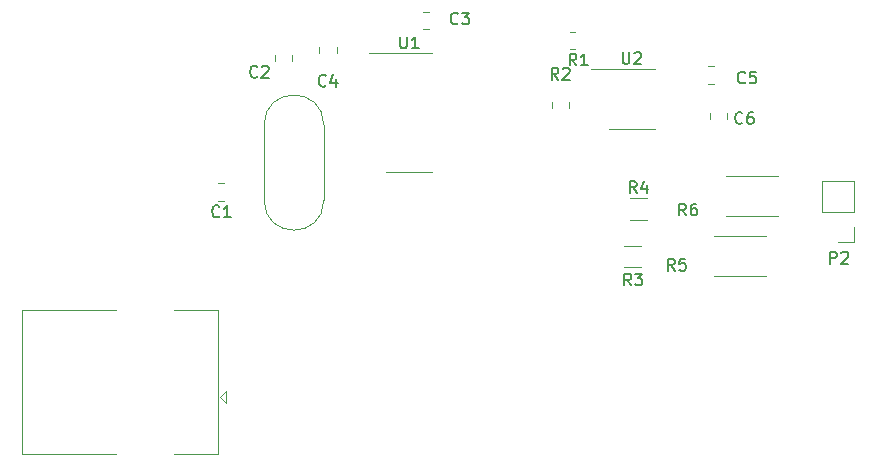
<source format=gto>
G04 #@! TF.GenerationSoftware,KiCad,Pcbnew,8.0.6*
G04 #@! TF.CreationDate,2025-01-13T18:54:34-05:00*
G04 #@! TF.ProjectId,usb2J1708_rev4,75736232-4a31-4373-9038-5f726576342e,rev?*
G04 #@! TF.SameCoordinates,Original*
G04 #@! TF.FileFunction,Legend,Top*
G04 #@! TF.FilePolarity,Positive*
%FSLAX46Y46*%
G04 Gerber Fmt 4.6, Leading zero omitted, Abs format (unit mm)*
G04 Created by KiCad (PCBNEW 8.0.6) date 2025-01-13 18:54:34*
%MOMM*%
%LPD*%
G01*
G04 APERTURE LIST*
%ADD10C,0.150000*%
%ADD11C,0.120000*%
G04 APERTURE END LIST*
D10*
X173891133Y-111049219D02*
X173557800Y-110573028D01*
X173319705Y-111049219D02*
X173319705Y-110049219D01*
X173319705Y-110049219D02*
X173700657Y-110049219D01*
X173700657Y-110049219D02*
X173795895Y-110096838D01*
X173795895Y-110096838D02*
X173843514Y-110144457D01*
X173843514Y-110144457D02*
X173891133Y-110239695D01*
X173891133Y-110239695D02*
X173891133Y-110382552D01*
X173891133Y-110382552D02*
X173843514Y-110477790D01*
X173843514Y-110477790D02*
X173795895Y-110525409D01*
X173795895Y-110525409D02*
X173700657Y-110573028D01*
X173700657Y-110573028D02*
X173319705Y-110573028D01*
X174748276Y-110049219D02*
X174557800Y-110049219D01*
X174557800Y-110049219D02*
X174462562Y-110096838D01*
X174462562Y-110096838D02*
X174414943Y-110144457D01*
X174414943Y-110144457D02*
X174319705Y-110287314D01*
X174319705Y-110287314D02*
X174272086Y-110477790D01*
X174272086Y-110477790D02*
X174272086Y-110858742D01*
X174272086Y-110858742D02*
X174319705Y-110953980D01*
X174319705Y-110953980D02*
X174367324Y-111001600D01*
X174367324Y-111001600D02*
X174462562Y-111049219D01*
X174462562Y-111049219D02*
X174653038Y-111049219D01*
X174653038Y-111049219D02*
X174748276Y-111001600D01*
X174748276Y-111001600D02*
X174795895Y-110953980D01*
X174795895Y-110953980D02*
X174843514Y-110858742D01*
X174843514Y-110858742D02*
X174843514Y-110620647D01*
X174843514Y-110620647D02*
X174795895Y-110525409D01*
X174795895Y-110525409D02*
X174748276Y-110477790D01*
X174748276Y-110477790D02*
X174653038Y-110430171D01*
X174653038Y-110430171D02*
X174462562Y-110430171D01*
X174462562Y-110430171D02*
X174367324Y-110477790D01*
X174367324Y-110477790D02*
X174319705Y-110525409D01*
X174319705Y-110525409D02*
X174272086Y-110620647D01*
X164595733Y-98349419D02*
X164262400Y-97873228D01*
X164024305Y-98349419D02*
X164024305Y-97349419D01*
X164024305Y-97349419D02*
X164405257Y-97349419D01*
X164405257Y-97349419D02*
X164500495Y-97397038D01*
X164500495Y-97397038D02*
X164548114Y-97444657D01*
X164548114Y-97444657D02*
X164595733Y-97539895D01*
X164595733Y-97539895D02*
X164595733Y-97682752D01*
X164595733Y-97682752D02*
X164548114Y-97777990D01*
X164548114Y-97777990D02*
X164500495Y-97825609D01*
X164500495Y-97825609D02*
X164405257Y-97873228D01*
X164405257Y-97873228D02*
X164024305Y-97873228D01*
X165548114Y-98349419D02*
X164976686Y-98349419D01*
X165262400Y-98349419D02*
X165262400Y-97349419D01*
X165262400Y-97349419D02*
X165167162Y-97492276D01*
X165167162Y-97492276D02*
X165071924Y-97587514D01*
X165071924Y-97587514D02*
X164976686Y-97635133D01*
X143403333Y-100039580D02*
X143355714Y-100087200D01*
X143355714Y-100087200D02*
X143212857Y-100134819D01*
X143212857Y-100134819D02*
X143117619Y-100134819D01*
X143117619Y-100134819D02*
X142974762Y-100087200D01*
X142974762Y-100087200D02*
X142879524Y-99991961D01*
X142879524Y-99991961D02*
X142831905Y-99896723D01*
X142831905Y-99896723D02*
X142784286Y-99706247D01*
X142784286Y-99706247D02*
X142784286Y-99563390D01*
X142784286Y-99563390D02*
X142831905Y-99372914D01*
X142831905Y-99372914D02*
X142879524Y-99277676D01*
X142879524Y-99277676D02*
X142974762Y-99182438D01*
X142974762Y-99182438D02*
X143117619Y-99134819D01*
X143117619Y-99134819D02*
X143212857Y-99134819D01*
X143212857Y-99134819D02*
X143355714Y-99182438D01*
X143355714Y-99182438D02*
X143403333Y-99230057D01*
X144260476Y-99468152D02*
X144260476Y-100134819D01*
X144022381Y-99087200D02*
X143784286Y-99801485D01*
X143784286Y-99801485D02*
X144403333Y-99801485D01*
X168521695Y-97226019D02*
X168521695Y-98035542D01*
X168521695Y-98035542D02*
X168569314Y-98130780D01*
X168569314Y-98130780D02*
X168616933Y-98178400D01*
X168616933Y-98178400D02*
X168712171Y-98226019D01*
X168712171Y-98226019D02*
X168902647Y-98226019D01*
X168902647Y-98226019D02*
X168997885Y-98178400D01*
X168997885Y-98178400D02*
X169045504Y-98130780D01*
X169045504Y-98130780D02*
X169093123Y-98035542D01*
X169093123Y-98035542D02*
X169093123Y-97226019D01*
X169521695Y-97321257D02*
X169569314Y-97273638D01*
X169569314Y-97273638D02*
X169664552Y-97226019D01*
X169664552Y-97226019D02*
X169902647Y-97226019D01*
X169902647Y-97226019D02*
X169997885Y-97273638D01*
X169997885Y-97273638D02*
X170045504Y-97321257D01*
X170045504Y-97321257D02*
X170093123Y-97416495D01*
X170093123Y-97416495D02*
X170093123Y-97511733D01*
X170093123Y-97511733D02*
X170045504Y-97654590D01*
X170045504Y-97654590D02*
X169474076Y-98226019D01*
X169474076Y-98226019D02*
X170093123Y-98226019D01*
X163071733Y-99543219D02*
X162738400Y-99067028D01*
X162500305Y-99543219D02*
X162500305Y-98543219D01*
X162500305Y-98543219D02*
X162881257Y-98543219D01*
X162881257Y-98543219D02*
X162976495Y-98590838D01*
X162976495Y-98590838D02*
X163024114Y-98638457D01*
X163024114Y-98638457D02*
X163071733Y-98733695D01*
X163071733Y-98733695D02*
X163071733Y-98876552D01*
X163071733Y-98876552D02*
X163024114Y-98971790D01*
X163024114Y-98971790D02*
X162976495Y-99019409D01*
X162976495Y-99019409D02*
X162881257Y-99067028D01*
X162881257Y-99067028D02*
X162500305Y-99067028D01*
X163452686Y-98638457D02*
X163500305Y-98590838D01*
X163500305Y-98590838D02*
X163595543Y-98543219D01*
X163595543Y-98543219D02*
X163833638Y-98543219D01*
X163833638Y-98543219D02*
X163928876Y-98590838D01*
X163928876Y-98590838D02*
X163976495Y-98638457D01*
X163976495Y-98638457D02*
X164024114Y-98733695D01*
X164024114Y-98733695D02*
X164024114Y-98828933D01*
X164024114Y-98828933D02*
X163976495Y-98971790D01*
X163976495Y-98971790D02*
X163405067Y-99543219D01*
X163405067Y-99543219D02*
X164024114Y-99543219D01*
X169701133Y-109153219D02*
X169367800Y-108677028D01*
X169129705Y-109153219D02*
X169129705Y-108153219D01*
X169129705Y-108153219D02*
X169510657Y-108153219D01*
X169510657Y-108153219D02*
X169605895Y-108200838D01*
X169605895Y-108200838D02*
X169653514Y-108248457D01*
X169653514Y-108248457D02*
X169701133Y-108343695D01*
X169701133Y-108343695D02*
X169701133Y-108486552D01*
X169701133Y-108486552D02*
X169653514Y-108581790D01*
X169653514Y-108581790D02*
X169605895Y-108629409D01*
X169605895Y-108629409D02*
X169510657Y-108677028D01*
X169510657Y-108677028D02*
X169129705Y-108677028D01*
X170558276Y-108486552D02*
X170558276Y-109153219D01*
X170320181Y-108105600D02*
X170082086Y-108819885D01*
X170082086Y-108819885D02*
X170701133Y-108819885D01*
X186084905Y-115123819D02*
X186084905Y-114123819D01*
X186084905Y-114123819D02*
X186465857Y-114123819D01*
X186465857Y-114123819D02*
X186561095Y-114171438D01*
X186561095Y-114171438D02*
X186608714Y-114219057D01*
X186608714Y-114219057D02*
X186656333Y-114314295D01*
X186656333Y-114314295D02*
X186656333Y-114457152D01*
X186656333Y-114457152D02*
X186608714Y-114552390D01*
X186608714Y-114552390D02*
X186561095Y-114600009D01*
X186561095Y-114600009D02*
X186465857Y-114647628D01*
X186465857Y-114647628D02*
X186084905Y-114647628D01*
X187037286Y-114219057D02*
X187084905Y-114171438D01*
X187084905Y-114171438D02*
X187180143Y-114123819D01*
X187180143Y-114123819D02*
X187418238Y-114123819D01*
X187418238Y-114123819D02*
X187513476Y-114171438D01*
X187513476Y-114171438D02*
X187561095Y-114219057D01*
X187561095Y-114219057D02*
X187608714Y-114314295D01*
X187608714Y-114314295D02*
X187608714Y-114409533D01*
X187608714Y-114409533D02*
X187561095Y-114552390D01*
X187561095Y-114552390D02*
X186989667Y-115123819D01*
X186989667Y-115123819D02*
X187608714Y-115123819D01*
X137593333Y-99279580D02*
X137545714Y-99327200D01*
X137545714Y-99327200D02*
X137402857Y-99374819D01*
X137402857Y-99374819D02*
X137307619Y-99374819D01*
X137307619Y-99374819D02*
X137164762Y-99327200D01*
X137164762Y-99327200D02*
X137069524Y-99231961D01*
X137069524Y-99231961D02*
X137021905Y-99136723D01*
X137021905Y-99136723D02*
X136974286Y-98946247D01*
X136974286Y-98946247D02*
X136974286Y-98803390D01*
X136974286Y-98803390D02*
X137021905Y-98612914D01*
X137021905Y-98612914D02*
X137069524Y-98517676D01*
X137069524Y-98517676D02*
X137164762Y-98422438D01*
X137164762Y-98422438D02*
X137307619Y-98374819D01*
X137307619Y-98374819D02*
X137402857Y-98374819D01*
X137402857Y-98374819D02*
X137545714Y-98422438D01*
X137545714Y-98422438D02*
X137593333Y-98470057D01*
X137974286Y-98470057D02*
X138021905Y-98422438D01*
X138021905Y-98422438D02*
X138117143Y-98374819D01*
X138117143Y-98374819D02*
X138355238Y-98374819D01*
X138355238Y-98374819D02*
X138450476Y-98422438D01*
X138450476Y-98422438D02*
X138498095Y-98470057D01*
X138498095Y-98470057D02*
X138545714Y-98565295D01*
X138545714Y-98565295D02*
X138545714Y-98660533D01*
X138545714Y-98660533D02*
X138498095Y-98803390D01*
X138498095Y-98803390D02*
X137926667Y-99374819D01*
X137926667Y-99374819D02*
X138545714Y-99374819D01*
X154583333Y-94779580D02*
X154535714Y-94827200D01*
X154535714Y-94827200D02*
X154392857Y-94874819D01*
X154392857Y-94874819D02*
X154297619Y-94874819D01*
X154297619Y-94874819D02*
X154154762Y-94827200D01*
X154154762Y-94827200D02*
X154059524Y-94731961D01*
X154059524Y-94731961D02*
X154011905Y-94636723D01*
X154011905Y-94636723D02*
X153964286Y-94446247D01*
X153964286Y-94446247D02*
X153964286Y-94303390D01*
X153964286Y-94303390D02*
X154011905Y-94112914D01*
X154011905Y-94112914D02*
X154059524Y-94017676D01*
X154059524Y-94017676D02*
X154154762Y-93922438D01*
X154154762Y-93922438D02*
X154297619Y-93874819D01*
X154297619Y-93874819D02*
X154392857Y-93874819D01*
X154392857Y-93874819D02*
X154535714Y-93922438D01*
X154535714Y-93922438D02*
X154583333Y-93970057D01*
X154916667Y-93874819D02*
X155535714Y-93874819D01*
X155535714Y-93874819D02*
X155202381Y-94255771D01*
X155202381Y-94255771D02*
X155345238Y-94255771D01*
X155345238Y-94255771D02*
X155440476Y-94303390D01*
X155440476Y-94303390D02*
X155488095Y-94351009D01*
X155488095Y-94351009D02*
X155535714Y-94446247D01*
X155535714Y-94446247D02*
X155535714Y-94684342D01*
X155535714Y-94684342D02*
X155488095Y-94779580D01*
X155488095Y-94779580D02*
X155440476Y-94827200D01*
X155440476Y-94827200D02*
X155345238Y-94874819D01*
X155345238Y-94874819D02*
X155059524Y-94874819D01*
X155059524Y-94874819D02*
X154964286Y-94827200D01*
X154964286Y-94827200D02*
X154916667Y-94779580D01*
X169243533Y-116967419D02*
X168910200Y-116491228D01*
X168672105Y-116967419D02*
X168672105Y-115967419D01*
X168672105Y-115967419D02*
X169053057Y-115967419D01*
X169053057Y-115967419D02*
X169148295Y-116015038D01*
X169148295Y-116015038D02*
X169195914Y-116062657D01*
X169195914Y-116062657D02*
X169243533Y-116157895D01*
X169243533Y-116157895D02*
X169243533Y-116300752D01*
X169243533Y-116300752D02*
X169195914Y-116395990D01*
X169195914Y-116395990D02*
X169148295Y-116443609D01*
X169148295Y-116443609D02*
X169053057Y-116491228D01*
X169053057Y-116491228D02*
X168672105Y-116491228D01*
X169576867Y-115967419D02*
X170195914Y-115967419D01*
X170195914Y-115967419D02*
X169862581Y-116348371D01*
X169862581Y-116348371D02*
X170005438Y-116348371D01*
X170005438Y-116348371D02*
X170100676Y-116395990D01*
X170100676Y-116395990D02*
X170148295Y-116443609D01*
X170148295Y-116443609D02*
X170195914Y-116538847D01*
X170195914Y-116538847D02*
X170195914Y-116776942D01*
X170195914Y-116776942D02*
X170148295Y-116872180D01*
X170148295Y-116872180D02*
X170100676Y-116919800D01*
X170100676Y-116919800D02*
X170005438Y-116967419D01*
X170005438Y-116967419D02*
X169719724Y-116967419D01*
X169719724Y-116967419D02*
X169624486Y-116919800D01*
X169624486Y-116919800D02*
X169576867Y-116872180D01*
X178895933Y-99778180D02*
X178848314Y-99825800D01*
X178848314Y-99825800D02*
X178705457Y-99873419D01*
X178705457Y-99873419D02*
X178610219Y-99873419D01*
X178610219Y-99873419D02*
X178467362Y-99825800D01*
X178467362Y-99825800D02*
X178372124Y-99730561D01*
X178372124Y-99730561D02*
X178324505Y-99635323D01*
X178324505Y-99635323D02*
X178276886Y-99444847D01*
X178276886Y-99444847D02*
X178276886Y-99301990D01*
X178276886Y-99301990D02*
X178324505Y-99111514D01*
X178324505Y-99111514D02*
X178372124Y-99016276D01*
X178372124Y-99016276D02*
X178467362Y-98921038D01*
X178467362Y-98921038D02*
X178610219Y-98873419D01*
X178610219Y-98873419D02*
X178705457Y-98873419D01*
X178705457Y-98873419D02*
X178848314Y-98921038D01*
X178848314Y-98921038D02*
X178895933Y-98968657D01*
X179800695Y-98873419D02*
X179324505Y-98873419D01*
X179324505Y-98873419D02*
X179276886Y-99349609D01*
X179276886Y-99349609D02*
X179324505Y-99301990D01*
X179324505Y-99301990D02*
X179419743Y-99254371D01*
X179419743Y-99254371D02*
X179657838Y-99254371D01*
X179657838Y-99254371D02*
X179753076Y-99301990D01*
X179753076Y-99301990D02*
X179800695Y-99349609D01*
X179800695Y-99349609D02*
X179848314Y-99444847D01*
X179848314Y-99444847D02*
X179848314Y-99682942D01*
X179848314Y-99682942D02*
X179800695Y-99778180D01*
X179800695Y-99778180D02*
X179753076Y-99825800D01*
X179753076Y-99825800D02*
X179657838Y-99873419D01*
X179657838Y-99873419D02*
X179419743Y-99873419D01*
X179419743Y-99873419D02*
X179324505Y-99825800D01*
X179324505Y-99825800D02*
X179276886Y-99778180D01*
X134380833Y-111109580D02*
X134333214Y-111157200D01*
X134333214Y-111157200D02*
X134190357Y-111204819D01*
X134190357Y-111204819D02*
X134095119Y-111204819D01*
X134095119Y-111204819D02*
X133952262Y-111157200D01*
X133952262Y-111157200D02*
X133857024Y-111061961D01*
X133857024Y-111061961D02*
X133809405Y-110966723D01*
X133809405Y-110966723D02*
X133761786Y-110776247D01*
X133761786Y-110776247D02*
X133761786Y-110633390D01*
X133761786Y-110633390D02*
X133809405Y-110442914D01*
X133809405Y-110442914D02*
X133857024Y-110347676D01*
X133857024Y-110347676D02*
X133952262Y-110252438D01*
X133952262Y-110252438D02*
X134095119Y-110204819D01*
X134095119Y-110204819D02*
X134190357Y-110204819D01*
X134190357Y-110204819D02*
X134333214Y-110252438D01*
X134333214Y-110252438D02*
X134380833Y-110300057D01*
X135333214Y-111204819D02*
X134761786Y-111204819D01*
X135047500Y-111204819D02*
X135047500Y-110204819D01*
X135047500Y-110204819D02*
X134952262Y-110347676D01*
X134952262Y-110347676D02*
X134857024Y-110442914D01*
X134857024Y-110442914D02*
X134761786Y-110490533D01*
X178667333Y-103207180D02*
X178619714Y-103254800D01*
X178619714Y-103254800D02*
X178476857Y-103302419D01*
X178476857Y-103302419D02*
X178381619Y-103302419D01*
X178381619Y-103302419D02*
X178238762Y-103254800D01*
X178238762Y-103254800D02*
X178143524Y-103159561D01*
X178143524Y-103159561D02*
X178095905Y-103064323D01*
X178095905Y-103064323D02*
X178048286Y-102873847D01*
X178048286Y-102873847D02*
X178048286Y-102730990D01*
X178048286Y-102730990D02*
X178095905Y-102540514D01*
X178095905Y-102540514D02*
X178143524Y-102445276D01*
X178143524Y-102445276D02*
X178238762Y-102350038D01*
X178238762Y-102350038D02*
X178381619Y-102302419D01*
X178381619Y-102302419D02*
X178476857Y-102302419D01*
X178476857Y-102302419D02*
X178619714Y-102350038D01*
X178619714Y-102350038D02*
X178667333Y-102397657D01*
X179524476Y-102302419D02*
X179334000Y-102302419D01*
X179334000Y-102302419D02*
X179238762Y-102350038D01*
X179238762Y-102350038D02*
X179191143Y-102397657D01*
X179191143Y-102397657D02*
X179095905Y-102540514D01*
X179095905Y-102540514D02*
X179048286Y-102730990D01*
X179048286Y-102730990D02*
X179048286Y-103111942D01*
X179048286Y-103111942D02*
X179095905Y-103207180D01*
X179095905Y-103207180D02*
X179143524Y-103254800D01*
X179143524Y-103254800D02*
X179238762Y-103302419D01*
X179238762Y-103302419D02*
X179429238Y-103302419D01*
X179429238Y-103302419D02*
X179524476Y-103254800D01*
X179524476Y-103254800D02*
X179572095Y-103207180D01*
X179572095Y-103207180D02*
X179619714Y-103111942D01*
X179619714Y-103111942D02*
X179619714Y-102873847D01*
X179619714Y-102873847D02*
X179572095Y-102778609D01*
X179572095Y-102778609D02*
X179524476Y-102730990D01*
X179524476Y-102730990D02*
X179429238Y-102683371D01*
X179429238Y-102683371D02*
X179238762Y-102683371D01*
X179238762Y-102683371D02*
X179143524Y-102730990D01*
X179143524Y-102730990D02*
X179095905Y-102778609D01*
X179095905Y-102778609D02*
X179048286Y-102873847D01*
X149698095Y-95904819D02*
X149698095Y-96714342D01*
X149698095Y-96714342D02*
X149745714Y-96809580D01*
X149745714Y-96809580D02*
X149793333Y-96857200D01*
X149793333Y-96857200D02*
X149888571Y-96904819D01*
X149888571Y-96904819D02*
X150079047Y-96904819D01*
X150079047Y-96904819D02*
X150174285Y-96857200D01*
X150174285Y-96857200D02*
X150221904Y-96809580D01*
X150221904Y-96809580D02*
X150269523Y-96714342D01*
X150269523Y-96714342D02*
X150269523Y-95904819D01*
X151269523Y-96904819D02*
X150698095Y-96904819D01*
X150983809Y-96904819D02*
X150983809Y-95904819D01*
X150983809Y-95904819D02*
X150888571Y-96047676D01*
X150888571Y-96047676D02*
X150793333Y-96142914D01*
X150793333Y-96142914D02*
X150698095Y-96190533D01*
X172925933Y-115722819D02*
X172592600Y-115246628D01*
X172354505Y-115722819D02*
X172354505Y-114722819D01*
X172354505Y-114722819D02*
X172735457Y-114722819D01*
X172735457Y-114722819D02*
X172830695Y-114770438D01*
X172830695Y-114770438D02*
X172878314Y-114818057D01*
X172878314Y-114818057D02*
X172925933Y-114913295D01*
X172925933Y-114913295D02*
X172925933Y-115056152D01*
X172925933Y-115056152D02*
X172878314Y-115151390D01*
X172878314Y-115151390D02*
X172830695Y-115199009D01*
X172830695Y-115199009D02*
X172735457Y-115246628D01*
X172735457Y-115246628D02*
X172354505Y-115246628D01*
X173830695Y-114722819D02*
X173354505Y-114722819D01*
X173354505Y-114722819D02*
X173306886Y-115199009D01*
X173306886Y-115199009D02*
X173354505Y-115151390D01*
X173354505Y-115151390D02*
X173449743Y-115103771D01*
X173449743Y-115103771D02*
X173687838Y-115103771D01*
X173687838Y-115103771D02*
X173783076Y-115151390D01*
X173783076Y-115151390D02*
X173830695Y-115199009D01*
X173830695Y-115199009D02*
X173878314Y-115294247D01*
X173878314Y-115294247D02*
X173878314Y-115532342D01*
X173878314Y-115532342D02*
X173830695Y-115627580D01*
X173830695Y-115627580D02*
X173783076Y-115675200D01*
X173783076Y-115675200D02*
X173687838Y-115722819D01*
X173687838Y-115722819D02*
X173449743Y-115722819D01*
X173449743Y-115722819D02*
X173354505Y-115675200D01*
X173354505Y-115675200D02*
X173306886Y-115627580D01*
D11*
X181645064Y-111136000D02*
X177290936Y-111136000D01*
X181645064Y-107716000D02*
X177290936Y-107716000D01*
X164506864Y-96953200D02*
X164052736Y-96953200D01*
X164506864Y-95483200D02*
X164052736Y-95483200D01*
X142835000Y-97278752D02*
X142835000Y-96756248D01*
X144305000Y-97278752D02*
X144305000Y-96756248D01*
X169283600Y-98611200D02*
X165833600Y-98611200D01*
X169283600Y-98611200D02*
X171233600Y-98611200D01*
X169283600Y-103731200D02*
X167333600Y-103731200D01*
X169283600Y-103731200D02*
X171233600Y-103731200D01*
X163973400Y-101477536D02*
X163973400Y-101931664D01*
X162503400Y-101477536D02*
X162503400Y-101931664D01*
X138165000Y-109770000D02*
X138165000Y-103370000D01*
X143215000Y-109770000D02*
X143215000Y-103370000D01*
X143215000Y-109770000D02*
G75*
G02*
X138165000Y-109770000I-2525000J0D01*
G01*
X138165000Y-103370000D02*
G75*
G02*
X143215000Y-103370000I2525000J0D01*
G01*
X169140736Y-109608400D02*
X170594864Y-109608400D01*
X169140736Y-111428400D02*
X170594864Y-111428400D01*
X188083000Y-113319000D02*
X186753000Y-113319000D01*
X188083000Y-111989000D02*
X188083000Y-113319000D01*
X188083000Y-110719000D02*
X188083000Y-108119000D01*
X188083000Y-110719000D02*
X185423000Y-110719000D01*
X188083000Y-108119000D02*
X185423000Y-108119000D01*
X185423000Y-110719000D02*
X185423000Y-108119000D01*
X139085000Y-97978752D02*
X139085000Y-97456248D01*
X140555000Y-97978752D02*
X140555000Y-97456248D01*
X152118752Y-95255000D02*
X151596248Y-95255000D01*
X152118752Y-93785000D02*
X151596248Y-93785000D01*
X170061064Y-115416000D02*
X168606936Y-115416000D01*
X170061064Y-113596000D02*
X168606936Y-113596000D01*
X175727948Y-98429600D02*
X176250452Y-98429600D01*
X175727948Y-99899600D02*
X176250452Y-99899600D01*
X134808752Y-109805000D02*
X134286248Y-109805000D01*
X134808752Y-108335000D02*
X134286248Y-108335000D01*
X177384600Y-102357748D02*
X177384600Y-102880252D01*
X175914600Y-102357748D02*
X175914600Y-102880252D01*
X150460000Y-97290000D02*
X147010000Y-97290000D01*
X150460000Y-97290000D02*
X152410000Y-97290000D01*
X150460000Y-107410000D02*
X148510000Y-107410000D01*
X150460000Y-107410000D02*
X152410000Y-107410000D01*
X180629064Y-116216000D02*
X176274936Y-116216000D01*
X180629064Y-112796000D02*
X176274936Y-112796000D01*
X134950000Y-126900000D02*
X134950000Y-125900000D01*
X134950000Y-125900000D02*
X134450000Y-126400000D01*
X134450000Y-126400000D02*
X134950000Y-126900000D01*
X134250000Y-131260000D02*
X130500000Y-131260000D01*
X134250000Y-119040000D02*
X134250000Y-131260000D01*
X134250000Y-119040000D02*
X130500000Y-119040000D01*
X117630000Y-131260000D02*
X125600000Y-131260000D01*
X117630000Y-119040000D02*
X125600000Y-119040000D01*
X117630000Y-119040000D02*
X117630000Y-131260000D01*
M02*

</source>
